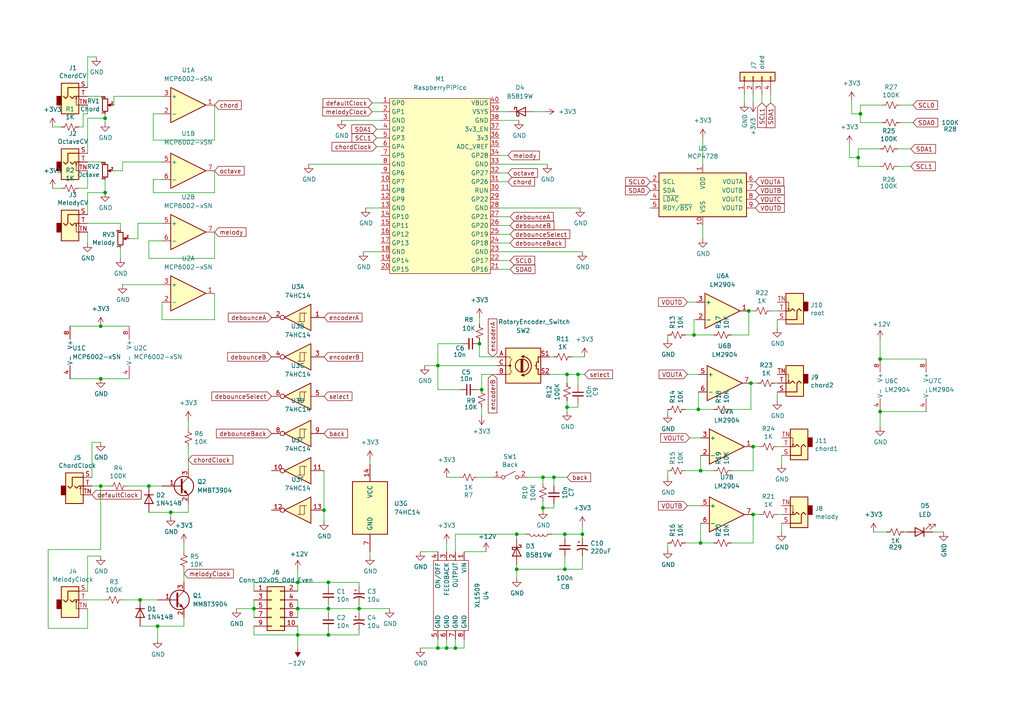
<source format=kicad_sch>
(kicad_sch (version 20211123) (generator eeschema)
  (paper "A4")
  (junction (at 255.27 104.14))
  (junction (at 30.48 34.29))
  (junction (at 73.66 176.53))
  (junction (at 164.465 118.11))
  (junction (at 86.36 168.91))
  (junction (at 45.72 181.61))
  (junction (at 217.17 90.17))
  (junction (at 167.64 108.585))
  (junction (at 164.465 108.585))
  (junction (at 160.655 138.43))
  (junction (at 40.64 173.99))
  (junction (at 217.805 111.125))
  (junction (at 30.48 55.88))
  (junction (at 218.44 149.225))
  (junction (at 201.295 97.155))
  (junction (at 218.44 129.54))
  (junction (at 129.54 187.96))
  (junction (at 127 187.96))
  (junction (at 139.065 99.695))
  (junction (at 157.48 138.43))
  (junction (at 132.08 187.96))
  (junction (at 49.53 148.59))
  (junction (at 95.25 176.53))
  (junction (at 249.555 33.02))
  (junction (at 86.36 176.53))
  (junction (at 203.2 136.525))
  (junction (at 168.91 154.94))
  (junction (at 248.92 45.72))
  (junction (at 202.565 118.745))
  (junction (at 29.21 109.855))
  (junction (at 127 106.045))
  (junction (at 93.98 147.955))
  (junction (at 86.36 184.15))
  (junction (at 203.2 157.48))
  (junction (at 149.86 154.94))
  (junction (at 95.25 184.15))
  (junction (at 255.27 119.38))
  (junction (at 139.7 113.03))
  (junction (at 29.21 140.97))
  (junction (at 157.48 147.32))
  (junction (at 149.86 165.1))
  (junction (at 95.25 168.91))
  (junction (at 163.83 154.94))
  (junction (at 43.18 140.97))
  (junction (at 104.14 176.53))
  (junction (at 163.83 165.1))
  (junction (at 29.21 94.615))
  (wire (pts (xy 25.4 33.02) (xy 25.4 30.48)))
  (wire (pts (xy 149.86 163.83) (xy 149.86 165.1)))
  (wire (pts (xy 218.44 157.48) (xy 218.44 149.225)))
  (wire (pts (xy 202.565 113.665) (xy 202.565 118.745)))
  (wire (pts (xy 255.27 119.38) (xy 255.27 123.825)))
  (wire (pts (xy 260.35 43.18) (xy 264.16 43.18)))
  (wire (pts (xy 198.755 97.155) (xy 201.295 97.155)))
  (wire (pts (xy 54.61 121.92) (xy 54.61 124.46)))
  (wire (pts (xy 40.005 69.215) (xy 40.005 64.77)))
  (wire (pts (xy 86.36 184.15) (xy 95.25 184.15)))
  (wire (pts (xy 107.95 32.385) (xy 110.49 32.385)))
  (wire (pts (xy 218.44 136.525) (xy 218.44 129.54)))
  (wire (pts (xy 127 106.045) (xy 127 113.03)))
  (wire (pts (xy 168.91 161.29) (xy 168.91 165.1)))
  (wire (pts (xy 149.86 154.94) (xy 149.86 156.21)))
  (wire (pts (xy 144.78 65.405) (xy 147.955 65.405)))
  (wire (pts (xy 129.54 185.42) (xy 129.54 187.96)))
  (wire (pts (xy 73.66 171.45) (xy 73.66 168.91)))
  (wire (pts (xy 35.56 46.99) (xy 46.99 46.99)))
  (wire (pts (xy 46.99 92.71) (xy 62.23 92.71)))
  (wire (pts (xy 29.21 159.385) (xy 13.97 159.385)))
  (wire (pts (xy 20.32 109.855) (xy 29.21 109.855)))
  (wire (pts (xy 246.38 41.91) (xy 246.38 45.72)))
  (wire (pts (xy 25.4 27.94) (xy 30.48 27.94)))
  (wire (pts (xy 144.78 60.325) (xy 168.275 60.325)))
  (wire (pts (xy 104.14 175.26) (xy 104.14 176.53)))
  (wire (pts (xy 107.95 29.845) (xy 110.49 29.845)))
  (wire (pts (xy 37.465 69.215) (xy 40.005 69.215)))
  (wire (pts (xy 86.36 181.61) (xy 86.36 184.15)))
  (wire (pts (xy 43.18 74.93) (xy 62.23 74.93)))
  (wire (pts (xy 15.24 36.83) (xy 17.78 36.83)))
  (wire (pts (xy 127 106.045) (xy 144.145 106.045)))
  (wire (pts (xy 168.91 154.94) (xy 168.91 152.4)))
  (wire (pts (xy 25.4 46.99) (xy 30.48 46.99)))
  (wire (pts (xy 29.21 94.615) (xy 37.465 94.615)))
  (wire (pts (xy 44.45 33.02) (xy 44.45 40.64)))
  (wire (pts (xy 95.25 184.15) (xy 104.14 184.15)))
  (wire (pts (xy 30.48 35.56) (xy 30.48 34.29)))
  (wire (pts (xy 25.4 173.99) (xy 30.48 173.99)))
  (wire (pts (xy 33.02 27.94) (xy 46.99 27.94)))
  (wire (pts (xy 35.56 173.99) (xy 40.64 173.99)))
  (wire (pts (xy 203.2 132.08) (xy 203.2 136.525)))
  (wire (pts (xy 95.25 177.8) (xy 95.25 176.53)))
  (wire (pts (xy 159.385 103.505) (xy 160.655 103.505)))
  (wire (pts (xy 249.555 30.48) (xy 249.555 33.02)))
  (wire (pts (xy 109.22 40.005) (xy 110.49 40.005)))
  (wire (pts (xy 144.78 67.945) (xy 147.955 67.945)))
  (wire (pts (xy 218.44 129.54) (xy 220.345 129.54)))
  (wire (pts (xy 43.18 148.59) (xy 49.53 148.59)))
  (wire (pts (xy 152.4 154.94) (xy 149.86 154.94)))
  (wire (pts (xy 167.64 118.11) (xy 164.465 118.11)))
  (wire (pts (xy 25.4 67.31) (xy 25.4 70.485)))
  (wire (pts (xy 260.985 30.48) (xy 264.795 30.48)))
  (wire (pts (xy 44.45 40.64) (xy 62.23 40.64)))
  (wire (pts (xy 217.17 90.17) (xy 218.44 90.17)))
  (wire (pts (xy 193.675 157.48) (xy 193.675 159.385)))
  (wire (pts (xy 44.45 55.88) (xy 62.23 55.88)))
  (wire (pts (xy 35.56 49.53) (xy 35.56 46.99)))
  (wire (pts (xy 167.64 111.76) (xy 167.64 108.585)))
  (wire (pts (xy 34.925 71.755) (xy 34.925 74.93)))
  (wire (pts (xy 167.64 116.84) (xy 167.64 118.11)))
  (wire (pts (xy 45.72 185.42) (xy 45.72 181.61)))
  (wire (pts (xy 44.45 52.07) (xy 44.45 55.88)))
  (wire (pts (xy 201.295 92.71) (xy 201.295 97.155)))
  (wire (pts (xy 95.25 176.53) (xy 95.25 175.26)))
  (wire (pts (xy 25.4 16.51) (xy 27.94 16.51)))
  (wire (pts (xy 144.145 103.505) (xy 139.065 103.505)))
  (wire (pts (xy 86.36 184.15) (xy 86.36 187.96)))
  (wire (pts (xy 226.695 132.08) (xy 226.695 134.62)))
  (wire (pts (xy 262.255 154.305) (xy 262.89 154.305)))
  (wire (pts (xy 163.83 154.94) (xy 163.83 156.21)))
  (wire (pts (xy 193.675 118.745) (xy 193.675 120.015)))
  (wire (pts (xy 225.425 92.71) (xy 225.425 95.25)))
  (wire (pts (xy 268.605 119.38) (xy 255.27 119.38)))
  (wire (pts (xy 104.14 168.91) (xy 104.14 170.18)))
  (wire (pts (xy 127 113.03) (xy 133.35 113.03)))
  (wire (pts (xy 104.14 184.15) (xy 104.14 182.88)))
  (wire (pts (xy 193.675 136.525) (xy 193.675 138.43)))
  (wire (pts (xy 212.09 118.745) (xy 217.805 118.745)))
  (wire (pts (xy 89.535 47.625) (xy 110.49 47.625)))
  (wire (pts (xy 45.72 173.99) (xy 40.64 173.99)))
  (wire (pts (xy 53.34 157.48) (xy 53.34 160.02)))
  (wire (pts (xy 53.34 165.1) (xy 53.34 168.91)))
  (wire (pts (xy 49.53 149.86) (xy 49.53 148.59)))
  (wire (pts (xy 199.39 146.685) (xy 203.2 146.685)))
  (wire (pts (xy 139.7 113.03) (xy 138.43 113.03)))
  (wire (pts (xy 139.065 92.075) (xy 139.065 93.98)))
  (wire (pts (xy 134.62 160.02) (xy 140.97 160.02)))
  (wire (pts (xy 200.025 127) (xy 203.2 127)))
  (wire (pts (xy 167.64 108.585) (xy 169.545 108.585)))
  (wire (pts (xy 249.555 33.02) (xy 249.555 35.56)))
  (wire (pts (xy 104.14 176.53) (xy 104.14 177.8)))
  (wire (pts (xy 164.465 116.205) (xy 164.465 118.11)))
  (wire (pts (xy 144.78 47.625) (xy 158.75 47.625)))
  (wire (pts (xy 36.83 140.97) (xy 43.18 140.97)))
  (wire (pts (xy 106.045 60.325) (xy 110.49 60.325)))
  (wire (pts (xy 144.78 45.085) (xy 147.32 45.085)))
  (wire (pts (xy 53.34 181.61) (xy 53.34 179.07)))
  (wire (pts (xy 160.02 154.94) (xy 163.83 154.94)))
  (wire (pts (xy 212.09 97.155) (xy 217.17 97.155)))
  (wire (pts (xy 270.51 154.305) (xy 273.685 154.305)))
  (wire (pts (xy 46.99 52.07) (xy 44.45 52.07)))
  (wire (pts (xy 157.48 145.415) (xy 157.48 147.32)))
  (wire (pts (xy 107.315 133.35) (xy 107.315 134.62)))
  (wire (pts (xy 25.4 182.245) (xy 25.4 176.53)))
  (wire (pts (xy 164.465 111.125) (xy 164.465 108.585)))
  (wire (pts (xy 25.4 44.45) (xy 25.4 34.29)))
  (wire (pts (xy 86.36 173.99) (xy 86.36 176.53)))
  (wire (pts (xy 255.27 104.14) (xy 255.27 98.425)))
  (wire (pts (xy 160.655 138.43) (xy 160.655 140.97)))
  (wire (pts (xy 225.425 129.54) (xy 226.695 129.54)))
  (wire (pts (xy 225.425 113.665) (xy 225.425 116.205)))
  (wire (pts (xy 93.98 136.525) (xy 93.98 147.955)))
  (wire (pts (xy 46.99 140.97) (xy 43.18 140.97)))
  (wire (pts (xy 157.48 138.43) (xy 160.655 138.43)))
  (wire (pts (xy 62.23 92.71) (xy 62.23 85.09)))
  (wire (pts (xy 24.13 36.83) (xy 24.13 33.02)))
  (wire (pts (xy 93.98 147.955) (xy 93.98 151.13)))
  (wire (pts (xy 107.315 160.02) (xy 107.315 161.29)))
  (wire (pts (xy 30.48 34.29) (xy 30.48 33.02)))
  (wire (pts (xy 46.99 33.02) (xy 44.45 33.02)))
  (wire (pts (xy 123.19 106.045) (xy 127 106.045)))
  (wire (pts (xy 25.4 171.45) (xy 25.4 161.29)))
  (wire (pts (xy 246.38 45.72) (xy 248.92 45.72)))
  (wire (pts (xy 144.78 50.165) (xy 147.32 50.165)))
  (wire (pts (xy 95.25 168.91) (xy 104.14 168.91)))
  (wire (pts (xy 223.52 27.305) (xy 223.52 29.845)))
  (wire (pts (xy 86.36 168.91) (xy 95.25 168.91)))
  (wire (pts (xy 225.425 149.225) (xy 226.695 149.225)))
  (wire (pts (xy 29.21 140.97) (xy 29.21 159.385)))
  (wire (pts (xy 144.78 62.865) (xy 147.955 62.865)))
  (wire (pts (xy 217.805 111.125) (xy 219.71 111.125)))
  (wire (pts (xy 255.27 48.26) (xy 248.92 48.26)))
  (wire (pts (xy 144.78 78.105) (xy 147.955 78.105)))
  (wire (pts (xy 13.97 182.245) (xy 25.4 182.245)))
  (wire (pts (xy 218.44 27.305) (xy 218.44 29.845)))
  (wire (pts (xy 22.86 36.83) (xy 24.13 36.83)))
  (wire (pts (xy 129.54 138.43) (xy 133.35 138.43)))
  (wire (pts (xy 20.32 94.615) (xy 29.21 94.615)))
  (wire (pts (xy 215.9 27.305) (xy 215.9 29.845)))
  (wire (pts (xy 129.54 157.48) (xy 129.54 160.02)))
  (wire (pts (xy 154.94 32.385) (xy 158.115 32.385)))
  (wire (pts (xy 223.52 90.17) (xy 225.425 90.17)))
  (wire (pts (xy 260.35 48.26) (xy 264.16 48.26)))
  (wire (pts (xy 139.065 103.505) (xy 139.065 99.695)))
  (wire (pts (xy 249.555 30.48) (xy 255.905 30.48)))
  (wire (pts (xy 164.465 108.585) (xy 159.385 108.585)))
  (wire (pts (xy 144.78 32.385) (xy 147.32 32.385)))
  (wire (pts (xy 26.67 128.27) (xy 29.21 128.27)))
  (wire (pts (xy 218.44 149.225) (xy 220.345 149.225)))
  (wire (pts (xy 247.015 33.02) (xy 249.555 33.02)))
  (wire (pts (xy 248.92 43.18) (xy 248.92 45.72)))
  (wire (pts (xy 139.7 118.11) (xy 139.7 120.65)))
  (wire (pts (xy 248.92 45.72) (xy 248.92 48.26)))
  (wire (pts (xy 121.92 160.02) (xy 127 160.02)))
  (wire (pts (xy 46.99 87.63) (xy 46.99 92.71)))
  (wire (pts (xy 199.39 87.63) (xy 201.93 87.63)))
  (wire (pts (xy 95.25 176.53) (xy 104.14 176.53)))
  (wire (pts (xy 199.39 108.585) (xy 202.565 108.585)))
  (wire (pts (xy 25.4 55.88) (xy 30.48 55.88)))
  (wire (pts (xy 86.36 171.45) (xy 86.36 168.91)))
  (wire (pts (xy 86.36 176.53) (xy 95.25 176.53)))
  (wire (pts (xy 138.43 138.43) (xy 142.875 138.43)))
  (wire (pts (xy 201.295 97.155) (xy 207.01 97.155)))
  (wire (pts (xy 134.62 185.42) (xy 134.62 187.96)))
  (wire (pts (xy 144.78 73.025) (xy 168.91 73.025)))
  (wire (pts (xy 198.755 118.745) (xy 202.565 118.745)))
  (wire (pts (xy 99.06 34.925) (xy 110.49 34.925)))
  (wire (pts (xy 201.93 92.71) (xy 201.295 92.71)))
  (wire (pts (xy 149.86 165.1) (xy 149.86 167.64)))
  (wire (pts (xy 26.67 140.97) (xy 29.21 140.97)))
  (wire (pts (xy 212.09 157.48) (xy 218.44 157.48)))
  (wire (pts (xy 160.655 146.05) (xy 160.655 147.32)))
  (wire (pts (xy 46.99 69.85) (xy 43.18 69.85)))
  (wire (pts (xy 203.2 157.48) (xy 207.01 157.48)))
  (wire (pts (xy 149.86 165.1) (xy 163.83 165.1)))
  (wire (pts (xy 54.61 129.54) (xy 54.61 135.89)))
  (wire (pts (xy 217.805 118.745) (xy 217.805 111.125)))
  (wire (pts (xy 144.78 34.925) (xy 150.495 34.925)))
  (wire (pts (xy 247.015 29.21) (xy 247.015 33.02)))
  (wire (pts (xy 129.54 187.96) (xy 127 187.96)))
  (wire (pts (xy 95.25 184.15) (xy 95.25 182.88)))
  (wire (pts (xy 198.755 157.48) (xy 203.2 157.48)))
  (wire (pts (xy 255.905 35.56) (xy 249.555 35.56)))
  (wire (pts (xy 193.675 97.155) (xy 193.675 98.425)))
  (wire (pts (xy 109.22 37.465) (xy 110.49 37.465)))
  (wire (pts (xy 15.24 54.61) (xy 17.78 54.61)))
  (wire (pts (xy 144.78 70.485) (xy 147.955 70.485)))
  (wire (pts (xy 139.7 108.585) (xy 139.7 113.03)))
  (wire (pts (xy 220.98 27.305) (xy 220.98 29.845)))
  (wire (pts (xy 134.62 187.96) (xy 132.08 187.96)))
  (wire (pts (xy 203.835 69.215) (xy 203.835 65.405)))
  (wire (pts (xy 165.735 103.505) (xy 169.545 103.505)))
  (wire (pts (xy 212.09 136.525) (xy 218.44 136.525)))
  (wire (pts (xy 153.035 138.43) (xy 157.48 138.43)))
  (wire (pts (xy 157.48 147.32) (xy 157.48 147.955)))
  (wire (pts (xy 25.4 34.29) (xy 30.48 34.29)))
  (wire (pts (xy 40.005 64.77) (xy 46.99 64.77)))
  (wire (pts (xy 40.64 181.61) (xy 45.72 181.61)))
  (wire (pts (xy 22.86 54.61) (xy 25.4 54.61)))
  (wire (pts (xy 198.755 136.525) (xy 203.2 136.525)))
  (wire (pts (xy 25.4 161.29) (xy 29.21 161.29)))
  (wire (pts (xy 73.66 184.15) (xy 86.36 184.15)))
  (wire (pts (xy 29.21 109.855) (xy 37.465 109.855)))
  (wire (pts (xy 29.21 140.97) (xy 31.75 140.97)))
  (wire (pts (xy 253.365 154.305) (xy 257.175 154.305)))
  (wire (pts (xy 43.18 69.85) (xy 43.18 74.93)))
  (wire (pts (xy 226.695 151.765) (xy 226.695 154.305)))
  (wire (pts (xy 157.48 138.43) (xy 157.48 140.335)))
  (wire (pts (xy 35.56 82.55) (xy 46.99 82.55)))
  (wire (pts (xy 86.36 176.53) (xy 86.36 179.07)))
  (wire (pts (xy 127 187.96) (xy 121.92 187.96)))
  (wire (pts (xy 144.78 52.705) (xy 147.32 52.705)))
  (wire (pts (xy 73.66 176.53) (xy 73.66 179.07)))
  (wire (pts (xy 202.565 118.745) (xy 207.01 118.745)))
  (wire (pts (xy 132.08 154.94) (xy 132.08 160.02)))
  (wire (pts (xy 163.83 165.1) (xy 168.91 165.1)))
  (wire (pts (xy 25.4 64.77) (xy 34.925 64.77)))
  (wire (pts (xy 73.66 176.53) (xy 68.58 176.53)))
  (wire (pts (xy 73.66 168.91) (xy 86.36 168.91)))
  (wire (pts (xy 54.61 148.59) (xy 54.61 146.05)))
  (wire (pts (xy 26.67 138.43) (xy 26.67 128.27)))
  (wire (pts (xy 45.72 181.61) (xy 53.34 181.61)))
  (wire (pts (xy 163.83 161.29) (xy 163.83 165.1)))
  (wire (pts (xy 62.23 74.93) (xy 62.23 67.31)))
  (wire (pts (xy 248.92 43.18) (xy 255.27 43.18)))
  (wire (pts (xy 24.13 33.02) (xy 25.4 33.02)))
  (wire (pts (xy 144.78 75.565) (xy 147.955 75.565)))
  (wire (pts (xy 164.465 108.585) (xy 167.64 108.585)))
  (wire (pts (xy 33.02 49.53) (xy 35.56 49.53)))
  (wire (pts (xy 95.25 170.18) (xy 95.25 168.91)))
  (wire (pts (xy 49.53 148.59) (xy 54.61 148.59)))
  (wire (pts (xy 164.465 118.11) (xy 164.465 119.38)))
  (wire (pts (xy 203.2 136.525) (xy 207.01 136.525)))
  (wire (pts (xy 260.985 35.56) (xy 264.795 35.56)))
  (wire (pts (xy 127 99.695) (xy 127 106.045)))
  (wire (pts (xy 13.97 159.385) (xy 13.97 182.245)))
  (wire (pts (xy 25.4 25.4) (xy 25.4 16.51)))
  (wire (pts (xy 163.83 154.94) (xy 168.91 154.94)))
  (wire (pts (xy 25.4 62.23) (xy 25.4 55.88)))
  (wire (pts (xy 73.66 173.99) (xy 73.66 176.53)))
  (wire (pts (xy 109.22 42.545) (xy 110.49 42.545)))
  (wire (pts (xy 132.08 185.42) (xy 132.08 187.96)))
  (wire (pts (xy 104.14 176.53) (xy 113.03 176.53)))
  (wire (pts (xy 168.91 154.94) (xy 168.91 156.21)))
  (wire (pts (xy 203.2 151.765) (xy 203.2 157.48)))
  (wire (pts (xy 127 185.42) (xy 127 187.96)))
  (wire (pts (xy 149.86 154.94) (xy 132.08 154.94)))
  (wire (pts (xy 217.17 97.155) (xy 217.17 90.17)))
  (wire (pts (xy 132.08 187.96) (xy 129.54 187.96)))
  (wire (pts (xy 62.23 40.64) (xy 62.23 30.48)))
  (wire (pts (xy 33.02 30.48) (xy 33.02 27.94)))
  (wire (pts (xy 25.4 54.61) (xy 25.4 49.53)))
  (wire (pts (xy 160.655 138.43) (xy 164.465 138.43)))
  (wire (pts (xy 203.835 47.625) (xy 203.835 40.005)))
  (wire (pts (xy 224.79 111.125) (xy 225.425 111.125)))
  (wire (pts (xy 160.655 147.32) (xy 157.48 147.32)))
  (wire (pts (xy 86.36 165.1) (xy 86.36 168.91)))
  (wire (pts (xy 268.605 104.14) (xy 255.27 104.14)))
  (wire (pts (xy 133.985 99.695) (xy 127 99.695)))
  (wire (pts (xy 139.065 99.695) (xy 139.065 99.06)))
  (wire (pts (xy 139.7 108.585) (xy 144.145 108.585)))
  (wire (pts (xy 34.925 64.77) (xy 34.925 66.675)))
  (wire (pts (xy 73.66 181.61) (xy 73.66 184.15)))
  (wire (pts (xy 30.48 55.88) (xy 30.48 52.07)))
  (wire (pts (xy 62.23 55.88) (xy 62.23 49.53)))
  (wire (pts (xy 105.41 73.025) (xy 110.49 73.025)))
  (global_label "select" (shape input) (at 169.545 108.585 0) (property "Intersheet References" "${INTERSHEET_REFS}" (effects hide)))
  (global_label "chord" (shape input) (at 147.32 52.705 0) (property "Intersheet References" "${INTERSHEET_REFS}" (effects hide)))
  (global_label "melody" (shape input) (at 147.32 45.085 0) (property "Intersheet References" "${INTERSHEET_REFS}" (effects hide)))
  (global_label "chordClock" (shape input) (at 54.61 133.35 0) (property "Intersheet References" "${INTERSHEET_REFS}" (effects hide)))
  (global_label "VOUTD" (shape input) (at 219.075 60.325 0) (property "Intersheet References" "${INTERSHEET_REFS}" (effects hide)))
  (global_label "debounceSelect" (shape input) (at 78.74 114.935 180) (property "Intersheet References" "${INTERSHEET_REFS}" (effects hide)))
  (global_label "SCL1" (shape input) (at 109.22 40.005 180) (property "Intersheet References" "${INTERSHEET_REFS}" (effects hide)))
  (global_label "SDA0" (shape input) (at 147.955 78.105 0) (property "Intersheet References" "${INTERSHEET_REFS}" (effects hide)))
  (global_label "select" (shape input) (at 93.98 114.935 0) (property "Intersheet References" "${INTERSHEET_REFS}" (effects hide)))
  (global_label "defaultClock" (shape input) (at 107.95 29.845 180) (property "Intersheet References" "${INTERSHEET_REFS}" (effects hide)))
  (global_label "VOUTC" (shape input) (at 219.075 57.785 0) (property "Intersheet References" "${INTERSHEET_REFS}" (effects hide)))
  (global_label "defaultClock" (shape input) (at 26.67 143.51 0) (property "Intersheet References" "${INTERSHEET_REFS}" (effects hide)))
  (global_label "debounceA" (shape input) (at 78.74 92.075 180) (property "Intersheet References" "${INTERSHEET_REFS}" (effects hide)))
  (global_label "VOUTC" (shape input) (at 200.025 127 180) (property "Intersheet References" "${INTERSHEET_REFS}" (effects hide)))
  (global_label "VOUTB" (shape input) (at 199.39 146.685 180) (property "Intersheet References" "${INTERSHEET_REFS}" (effects hide)))
  (global_label "SDA0" (shape input) (at 188.595 55.245 180) (property "Intersheet References" "${INTERSHEET_REFS}" (effects hide)))
  (global_label "debounceA" (shape input) (at 147.955 62.865 0) (property "Intersheet References" "${INTERSHEET_REFS}" (effects hide)))
  (global_label "SDA1" (shape input) (at 264.16 43.18 0) (property "Intersheet References" "${INTERSHEET_REFS}" (effects hide)))
  (global_label "VOUTB" (shape input) (at 219.075 55.245 0) (property "Intersheet References" "${INTERSHEET_REFS}" (effects hide)))
  (global_label "debounceSelect" (shape input) (at 147.955 67.945 0) (property "Intersheet References" "${INTERSHEET_REFS}" (effects hide)))
  (global_label "chord" (shape input) (at 62.23 30.48 0) (property "Intersheet References" "${INTERSHEET_REFS}" (effects hide)))
  (global_label "melodyClock" (shape input) (at 53.34 166.37 0) (property "Intersheet References" "${INTERSHEET_REFS}" (effects hide)))
  (global_label "SCL1" (shape input) (at 264.16 48.26 0) (property "Intersheet References" "${INTERSHEET_REFS}" (effects hide)))
  (global_label "debounceBack" (shape input) (at 147.955 70.485 0) (property "Intersheet References" "${INTERSHEET_REFS}" (effects hide)))
  (global_label "back" (shape input) (at 164.465 138.43 0) (property "Intersheet References" "${INTERSHEET_REFS}" (effects hide)))
  (global_label "VOUTA" (shape input) (at 219.075 52.705 0) (property "Intersheet References" "${INTERSHEET_REFS}" (effects hide)))
  (global_label "SCL0" (shape input) (at 147.955 75.565 0) (property "Intersheet References" "${INTERSHEET_REFS}" (effects hide)))
  (global_label "VOUTA" (shape input) (at 199.39 108.585 180) (property "Intersheet References" "${INTERSHEET_REFS}" (effects hide)))
  (global_label "encoderB" (shape input) (at 142.875 108.585 270) (property "Intersheet References" "${INTERSHEET_REFS}" (effects hide)))
  (global_label "melodyClock" (shape input) (at 107.95 32.385 180) (property "Intersheet References" "${INTERSHEET_REFS}" (effects hide)))
  (global_label "encoderB" (shape input) (at 93.98 103.505 0) (property "Intersheet References" "${INTERSHEET_REFS}" (effects hide)))
  (global_label "SCL1" (shape input) (at 220.98 29.845 270) (property "Intersheet References" "${INTERSHEET_REFS}" (effects hide)))
  (global_label "SDA1" (shape input) (at 109.22 37.465 180) (property "Intersheet References" "${INTERSHEET_REFS}" (effects hide)))
  (global_label "debounceB" (shape input) (at 78.74 103.505 180) (property "Intersheet References" "${INTERSHEET_REFS}" (effects hide)))
  (global_label "SDA0" (shape input) (at 264.795 35.56 0) (property "Intersheet References" "${INTERSHEET_REFS}" (effects hide)))
  (global_label "chordClock" (shape input) (at 109.22 42.545 180) (property "Intersheet References" "${INTERSHEET_REFS}" (effects hide)))
  (global_label "octave" (shape input) (at 147.32 50.165 0) (property "Intersheet References" "${INTERSHEET_REFS}" (effects hide)))
  (global_label "SCL0" (shape input) (at 264.795 30.48 0) (property "Intersheet References" "${INTERSHEET_REFS}" (effects hide)))
  (global_label "debounceB" (shape input) (at 147.955 65.405 0) (property "Intersheet References" "${INTERSHEET_REFS}" (effects hide)))
  (global_label "back" (shape input) (at 93.98 125.73 0) (property "Intersheet References" "${INTERSHEET_REFS}" (effects hide)))
  (global_label "octave" (shape input) (at 62.23 49.53 0) (property "Intersheet References" "${INTERSHEET_REFS}" (effects hide)))
  (global_label "melody" (shape input) (at 62.23 67.31 0) (property "Intersheet References" "${INTERSHEET_REFS}" (effects hide)))
  (global_label "SCL0" (shape input) (at 188.595 52.705 180) (property "Intersheet References" "${INTERSHEET_REFS}" (effects hide)))
  (global_label "SDA1" (shape input) (at 223.52 29.845 270) (property "Intersheet References" "${INTERSHEET_REFS}" (effects hide)))
  (global_label "encoderA" (shape input) (at 93.98 92.075 0) (property "Intersheet References" "${INTERSHEET_REFS}" (effects hide)))
  (global_label "VOUTD" (shape input) (at 199.39 87.63 180) (property "Intersheet References" "${INTERSHEET_REFS}" (effects hide)))
  (global_label "debounceBack" (shape input) (at 78.74 125.73 180) (property "Intersheet References" "${INTERSHEET_REFS}" (effects hide)))
  (global_label "encoderA" (shape input) (at 142.875 103.505 90) (property "Intersheet References" "${INTERSHEET_REFS}" (effects hide)))
  (symbol (lib_id "Analog_DAC:MCP4728") (at 203.835 55.245 0) (unit 1)
    (property "Reference" "U5" (at 203.835 43.0276 0))
    (property "Value" "MCP4728" (at 203.835 45.339 0))
    (property "Footprint" "Package_SO:MSOP-10_3x3mm_P0.5mm" (effects hide))
    (property "Datasheet" "http://ww1.microchip.com/downloads/en/DeviceDoc/22187E.pdf" (effects hide))
  )
  (symbol (lib_id "vccg-rescue:CP1_Small-Device") (at 104.14 180.34 0) (unit 1)
    (property "Reference" "C4" (at 106.4514 179.1716 0) (effects (justify left)))
    (property "Value" "10u" (at 106.4514 181.483 0) (effects (justify left)))
    (property "Footprint" "Capacitor_SMD:C_0805_2012Metric" (effects hide))
  )
  (symbol (lib_id "Device:C_Small") (at 95.25 180.34 0) (unit 1)
    (property "Reference" "C2" (at 97.5868 179.1716 0) (effects (justify left)))
    (property "Value" "10n" (at 97.5868 181.483 0) (effects (justify left)))
    (property "Footprint" "Capacitor_SMD:C_0603_1608Metric" (effects hide))
  )
  (symbol (lib_id "vccg-rescue:CP1_Small-Device") (at 104.14 172.72 0) (unit 1)
    (property "Reference" "C3" (at 106.4514 171.5516 0) (effects (justify left)))
    (property "Value" "10u" (at 106.4514 173.863 0) (effects (justify left)))
    (property "Footprint" "Capacitor_SMD:C_0805_2012Metric" (effects hide))
  )
  (symbol (lib_id "Device:C_Small") (at 95.25 172.72 0) (unit 1)
    (property "Reference" "C1" (at 97.5868 171.5516 0) (effects (justify left)))
    (property "Value" "10n" (at 97.5868 173.863 0) (effects (justify left)))
    (property "Footprint" "Capacitor_SMD:C_0603_1608Metric" (effects hide))
  )
  (symbol (lib_id "power:GND") (at 113.03 176.53 0) (unit 1)
    (property "Reference" "#PWR027" (effects hide))
    (property "Value" "GND" (at 113.157 180.9242 0))
  )
  (symbol (lib_id "power:GND") (at 68.58 176.53 0) (unit 1)
    (property "Reference" "#PWR017" (effects hide))
    (property "Value" "GND" (at 68.707 180.9242 0))
  )
  (symbol (lib_id "power:-12V") (at 86.36 187.96 180) (unit 1)
    (property "Reference" "#PWR019" (effects hide))
    (property "Value" "-12V" (at 85.979 192.3542 0))
  )
  (symbol (lib_id "power:+12V") (at 86.36 165.1 0) (unit 1)
    (property "Reference" "#PWR018" (effects hide))
    (property "Value" "+12V" (at 86.741 160.7058 0))
  )
  (symbol (lib_id "power:GND") (at 29.21 109.855 0) (unit 1)
    (property "Reference" "#PWR06" (effects hide))
    (property "Value" "GND" (at 29.337 114.2492 0))
  )
  (symbol (lib_id "Connector:AudioJack2_SwitchT") (at 230.505 90.17 180) (unit 1)
    (property "Reference" "J10" (at 235.077 88.4682 0) (effects (justify right)))
    (property "Value" "root" (at 235.077 90.7796 0) (effects (justify right)))
    (property "Footprint" "Connector_Audio:Jack_3.5mm_QingPu_WQP-PJ398SM_Vertical_CircularHoles" (effects hide))
  )
  (symbol (lib_id "Connector:AudioJack2_SwitchT") (at 231.775 129.54 180) (unit 1)
    (property "Reference" "J11" (at 236.347 127.8382 0) (effects (justify right)))
    (property "Value" "chord1" (at 236.347 130.1496 0) (effects (justify right)))
    (property "Footprint" "Connector_Audio:Jack_3.5mm_QingPu_WQP-PJ398SM_Vertical_CircularHoles" (effects hide))
  )
  (symbol (lib_id "Connector:AudioJack2_SwitchT") (at 230.505 111.125 180) (unit 1)
    (property "Reference" "J9" (at 235.077 109.4232 0) (effects (justify right)))
    (property "Value" "chord2" (at 235.077 111.7346 0) (effects (justify right)))
    (property "Footprint" "Connector_Audio:Jack_3.5mm_QingPu_WQP-PJ398SM_Vertical_CircularHoles" (effects hide))
  )
  (symbol (lib_id "Connector:AudioJack2_SwitchT") (at 231.775 149.225 180) (unit 1)
    (property "Reference" "J8" (at 236.347 147.5232 0) (effects (justify right)))
    (property "Value" "melody" (at 236.347 149.8346 0) (effects (justify right)))
    (property "Footprint" "Connector_Audio:Jack_3.5mm_QingPu_WQP-PJ398SM_Vertical_CircularHoles" (effects hide))
  )
  (symbol (lib_id "Connector:AudioJack2_SwitchT") (at 20.32 27.94 0) (unit 1)
    (property "Reference" "J1" (at 21.1328 19.685 0))
    (property "Value" "ChordCV" (at 21.1328 21.9964 0))
    (property "Footprint" "Connector_Audio:Jack_3.5mm_QingPu_WQP-PJ398SM_Vertical_CircularHoles" (effects hide))
  )
  (symbol (lib_id "Connector:AudioJack2_SwitchT") (at 20.32 46.99 0) (unit 1)
    (property "Reference" "J2" (at 21.1328 38.735 0))
    (property "Value" "OctaveCV" (at 21.1328 41.0464 0))
    (property "Footprint" "Connector_Audio:Jack_3.5mm_QingPu_WQP-PJ398SM_Vertical_CircularHoles" (effects hide))
  )
  (symbol (lib_id "Connector:AudioJack2_SwitchT") (at 20.32 64.77 0) (unit 1)
    (property "Reference" "J3" (at 21.1328 56.515 0))
    (property "Value" "MelodyCV" (at 21.1328 58.8264 0))
    (property "Footprint" "Connector_Audio:Jack_3.5mm_QingPu_WQP-PJ398SM_Vertical_CircularHoles" (effects hide))
  )
  (symbol (lib_id "Connector:AudioJack2_SwitchT") (at 21.59 140.97 0) (unit 1)
    (property "Reference" "J5" (at 22.4028 132.715 0))
    (property "Value" "ChordClock" (at 22.4028 135.0264 0))
    (property "Footprint" "Connector_Audio:Jack_3.5mm_QingPu_WQP-PJ398SM_Vertical_CircularHoles" (effects hide))
  )
  (symbol (lib_id "Connector:AudioJack2_SwitchT") (at 20.32 173.99 0) (unit 1)
    (property "Reference" "J4" (at 21.1328 165.735 0))
    (property "Value" "MelodyClock" (at 21.1328 168.0464 0))
    (property "Footprint" "Connector_Audio:Jack_3.5mm_QingPu_WQP-PJ398SM_Vertical_CircularHoles" (effects hide))
  )
  (symbol (lib_id "Device:R_Small_US") (at 34.29 140.97 270) (unit 1)
    (property "Reference" "R4" (at 34.29 135.763 90))
    (property "Value" "100K" (at 34.29 138.0744 90))
    (property "Footprint" "Resistor_SMD:R_0603_1608Metric" (effects hide))
  )
  (symbol (lib_id "Device:R_Small_US") (at 33.02 173.99 270) (unit 1)
    (property "Reference" "R3" (at 33.02 168.783 90))
    (property "Value" "100K" (at 33.02 171.0944 90))
    (property "Footprint" "Resistor_SMD:R_0603_1608Metric" (effects hide))
  )
  (symbol (lib_id "Diode:1N4148") (at 43.18 144.78 270) (unit 1)
    (property "Reference" "D2" (at 45.212 143.6116 90) (effects (justify left)))
    (property "Value" "1N4148" (at 45.212 145.923 90) (effects (justify left)))
    (property "Footprint" "Diode_SMD:D_SOD-123" (effects hide))
    (property "Datasheet" "https://assets.nexperia.com/documents/data-sheet/1N4148_1N4448.pdf" (effects hide))
  )
  (symbol (lib_id "Diode:1N4148") (at 40.64 177.8 270) (unit 1)
    (property "Reference" "D1" (at 42.672 176.6316 90) (effects (justify left)))
    (property "Value" "1N4148" (at 42.672 178.943 90) (effects (justify left)))
    (property "Footprint" "Diode_SMD:D_SOD-123" (effects hide))
    (property "Datasheet" "https://assets.nexperia.com/documents/data-sheet/1N4148_1N4448.pdf" (effects hide))
  )
  (symbol (lib_id "power:GND") (at 45.72 185.42 0) (unit 1)
    (property "Reference" "#PWR013" (effects hide))
    (property "Value" "GND" (at 45.847 189.8142 0))
  )
  (symbol (lib_id "power:GND") (at 49.53 149.86 0) (unit 1)
    (property "Reference" "#PWR014" (effects hide))
    (property "Value" "GND" (at 49.657 154.2542 0))
  )
  (symbol (lib_id "Device:R_Small_US") (at 54.61 127 180) (unit 1)
    (property "Reference" "R6" (at 56.3372 125.8316 0) (effects (justify right)))
    (property "Value" "10K" (at 56.3372 128.143 0) (effects (justify right)))
    (property "Footprint" "Resistor_SMD:R_0603_1608Metric" (effects hide))
  )
  (symbol (lib_id "Device:R_Small_US") (at 53.34 162.56 180) (unit 1)
    (property "Reference" "R5" (at 55.0672 161.3916 0) (effects (justify right)))
    (property "Value" "10K" (at 55.0672 163.703 0) (effects (justify right)))
    (property "Footprint" "Resistor_SMD:R_0603_1608Metric" (effects hide))
  )
  (symbol (lib_id "power:GND") (at 29.21 161.29 0) (unit 1)
    (property "Reference" "#PWR08" (effects hide))
    (property "Value" "GND" (at 29.337 165.6842 0))
  )
  (symbol (lib_id "power:GND") (at 29.21 128.27 0) (unit 1)
    (property "Reference" "#PWR07" (effects hide))
    (property "Value" "GND" (at 29.337 132.6642 0))
  )
  (symbol (lib_id "vccg-rescue:R_POT_Small-Device") (at 30.48 30.48 0) (mirror x) (unit 1)
    (property "Reference" "RV1" (at 28.9814 29.3116 0) (effects (justify right)))
    (property "Value" "Chord" (at 28.9814 31.623 0) (effects (justify right)))
    (property "Footprint" "Potentiometer_THT:Potentiometer_Alpha_RD901F-40-00D_Single_Vertical_CircularHoles" (effects hide))
  )
  (symbol (lib_id "vccg-rescue:R_POT_Small-Device") (at 30.48 49.53 0) (mirror x) (unit 1)
    (property "Reference" "RV2" (at 28.956 48.3616 0) (effects (justify right)))
    (property "Value" "Octave" (at 28.956 50.673 0) (effects (justify right)))
    (property "Footprint" "Potentiometer_THT:Potentiometer_Alpha_RD901F-40-00D_Single_Vertical_CircularHoles" (effects hide))
  )
  (symbol (lib_id "power:GND") (at 30.48 35.56 0) (unit 1)
    (property "Reference" "#PWR09" (effects hide))
    (property "Value" "GND" (at 30.607 39.9542 0))
  )
  (symbol (lib_id "power:GND") (at 27.94 16.51 0) (unit 1)
    (property "Reference" "#PWR04" (effects hide))
    (property "Value" "GND" (at 28.067 20.9042 0))
  )
  (symbol (lib_id "power:GND") (at 30.48 55.88 0) (unit 1)
    (property "Reference" "#PWR010" (effects hide))
    (property "Value" "GND" (at 30.607 60.2742 0))
  )
  (symbol (lib_id "power:GND") (at 35.56 82.55 0) (unit 1)
    (property "Reference" "#PWR012" (effects hide))
    (property "Value" "GND" (at 35.687 86.9442 0))
  )
  (symbol (lib_id "power:GND") (at 203.835 69.215 0) (unit 1)
    (property "Reference" "#PWR051" (effects hide))
    (property "Value" "GND" (at 203.962 73.6092 0))
  )
  (symbol (lib_id "Device:R_Small_US") (at 220.98 90.17 270) (unit 1)
    (property "Reference" "R22" (at 220.98 84.963 90))
    (property "Value" "1K" (at 220.98 87.2744 90))
    (property "Footprint" "Resistor_SMD:R_0603_1608Metric" (effects hide))
  )
  (symbol (lib_id "Device:R_Small_US") (at 222.885 129.54 270) (unit 1)
    (property "Reference" "R24" (at 222.885 124.333 90))
    (property "Value" "1K" (at 222.885 126.6444 90))
    (property "Footprint" "Resistor_SMD:R_0603_1608Metric" (effects hide))
  )
  (symbol (lib_id "Device:R_Small_US") (at 222.25 111.125 270) (unit 1)
    (property "Reference" "R23" (at 222.25 105.918 90))
    (property "Value" "1K" (at 222.25 108.2294 90))
    (property "Footprint" "Resistor_SMD:R_0603_1608Metric" (effects hide))
  )
  (symbol (lib_id "Device:R_Small_US") (at 222.885 149.225 270) (unit 1)
    (property "Reference" "R21" (at 222.885 144.018 90))
    (property "Value" "1K" (at 222.885 146.3294 90))
    (property "Footprint" "Resistor_SMD:R_0603_1608Metric" (effects hide))
  )
  (symbol (lib_id "power:GND") (at 226.695 154.305 0) (unit 1)
    (property "Reference" "#PWR054" (effects hide))
    (property "Value" "GND" (at 226.822 158.6992 0))
  )
  (symbol (lib_id "power:GND") (at 225.425 116.205 0) (unit 1)
    (property "Reference" "#PWR055" (effects hide))
    (property "Value" "GND" (at 225.552 120.5992 0))
  )
  (symbol (lib_id "power:GND") (at 226.695 134.62 0) (unit 1)
    (property "Reference" "#PWR057" (effects hide))
    (property "Value" "GND" (at 226.822 139.0142 0))
  )
  (symbol (lib_id "power:GND") (at 225.425 95.25 0) (unit 1)
    (property "Reference" "#PWR056" (effects hide))
    (property "Value" "GND" (at 225.552 99.6442 0))
  )
  (symbol (lib_id "Connector_Generic:Conn_02x05_Odd_Even") (at 78.74 176.53 0) (unit 1)
    (property "Reference" "J6" (at 80.01 165.9382 0))
    (property "Value" "Conn_02x05_Odd_Even" (at 80.01 168.2496 0))
    (property "Footprint" "Connector_PinHeader_2.54mm:PinHeader_2x05_P2.54mm_Vertical" (effects hide))
  )
  (symbol (lib_id "Device:R_Small_US") (at 20.32 36.83 270) (unit 1)
    (property "Reference" "R1" (at 20.32 31.623 90))
    (property "Value" "1K" (at 20.32 33.9344 90))
    (property "Footprint" "Resistor_SMD:R_0603_1608Metric" (effects hide))
  )
  (symbol (lib_id "Device:R_Small_US") (at 20.32 54.61 270) (unit 1)
    (property "Reference" "R2" (at 20.32 49.403 90))
    (property "Value" "1K" (at 20.32 51.7144 90))
    (property "Footprint" "Resistor_SMD:R_0603_1608Metric" (effects hide))
  )
  (symbol (lib_id "Switch:SW_SPST") (at 147.955 138.43 0) (unit 1)
    (property "Reference" "SW1" (at 147.955 132.461 0))
    (property "Value" "Back" (at 147.955 134.7724 0))
    (property "Footprint" "Button_Switch_THT:SW_PUSH_6mm_H13mm" (effects hide))
  )
  (symbol (lib_id "Connector_Generic:Conn_01x04") (at 218.44 22.225 90) (unit 1)
    (property "Reference" "J7" (at 218.6432 20.193 0) (effects (justify left)))
    (property "Value" "oled" (at 220.9546 20.193 0) (effects (justify left)))
    (property "Footprint" "Connector_PinSocket_2.54mm:PinSocket_1x04_P2.54mm_Vertical" (effects hide))
  )
  (symbol (lib_id "power:GND") (at 215.9 29.845 0) (unit 1)
    (property "Reference" "#PWR052" (effects hide))
    (property "Value" "GND" (at 216.027 33.0962 90) (effects (justify right)))
  )
  (symbol (lib_id "Device:R_Small_US") (at 258.445 30.48 270) (unit 1)
    (property "Reference" "R27" (at 258.445 25.273 90))
    (property "Value" "100K" (at 258.445 27.5844 90))
    (property "Footprint" "Resistor_SMD:R_0603_1608Metric" (effects hide))
  )
  (symbol (lib_id "Device:R_Small_US") (at 258.445 35.56 270) (unit 1)
    (property "Reference" "R28" (at 275.59 37.465 90))
    (property "Value" "100K" (at 275.59 35.56 90))
    (property "Footprint" "Resistor_SMD:R_0603_1608Metric" (effects hide))
  )
  (symbol (lib_id "Amplifier_Operational:LM2904") (at 210.185 111.125 0) (unit 2)
    (property "Reference" "U6" (at 210.185 100.33 0))
    (property "Value" "LM2904" (at 210.185 102.87 0))
    (property "Footprint" "Package_SO:SOIC-8_3.9x4.9mm_P1.27mm" (effects hide))
    (property "Datasheet" "http://www.ti.com/lit/ds/symlink/lm358.pdf" (effects hide))
  )
  (symbol (lib_id "power:+3.3V") (at 218.44 29.845 180) (unit 1)
    (property "Reference" "#PWR053" (effects hide))
    (property "Value" "+3.3V" (at 218.44 39.37 90) (effects (justify right)))
  )
  (symbol (lib_id "Amplifier_Operational:MCP6002-xSN") (at 40.005 102.235 0) (unit 3)
    (property "Reference" "U2" (at 38.735 100.9649 0) (effects (justify left)))
    (property "Value" "MCP6002-xSN" (at 38.735 103.5049 0) (effects (justify left)))
    (property "Footprint" "Package_SO:SOIC-8_3.9x4.9mm_P1.27mm" (effects hide))
    (property "Datasheet" "http://ww1.microchip.com/downloads/en/DeviceDoc/21733j.pdf" (effects hide))
  )
  (symbol (lib_id "Amplifier_Operational:MCP6002-xSN") (at 54.61 30.48 0) (unit 1)
    (property "Reference" "U1" (at 54.61 20.32 0))
    (property "Value" "MCP6002-xSN" (at 54.61 22.86 0))
    (property "Footprint" "Package_SO:SOIC-8_3.9x4.9mm_P1.27mm" (effects hide))
    (property "Datasheet" "http://ww1.microchip.com/downloads/en/DeviceDoc/21733j.pdf" (effects hide))
  )
  (symbol (lib_id "power:GND") (at 107.315 161.29 0) (unit 1)
    (property "Reference" "#PWR026" (effects hide))
    (property "Value" "GND" (at 107.442 165.6842 0))
  )
  (symbol (lib_id "74xx:74HC14") (at 86.36 103.505 180) (unit 2)
    (property "Reference" "U3" (at 86.36 94.615 0))
    (property "Value" "74HC14" (at 86.36 97.155 0))
    (property "Footprint" "Package_SO:SOIC-14_3.9x8.7mm_P1.27mm" (effects hide))
    (property "Datasheet" "http://www.ti.com/lit/gpn/sn74HC14" (effects hide))
  )
  (symbol (lib_id "74xx:74HC14") (at 86.36 114.935 180) (unit 3)
    (property "Reference" "U3" (at 86.36 106.045 0))
    (property "Value" "74HC14" (at 86.36 108.585 0))
    (property "Footprint" "Package_SO:SOIC-14_3.9x8.7mm_P1.27mm" (effects hide))
    (property "Datasheet" "http://www.ti.com/lit/gpn/sn74HC14" (effects hide))
  )
  (symbol (lib_id "power:GND") (at 193.675 98.425 0) (unit 1)
    (property "Reference" "#PWR046" (effects hide))
    (property "Value" "GND" (at 193.802 102.8192 0))
  )
  (symbol (lib_id "Device:R_Small_US") (at 209.55 97.155 270) (unit 1)
    (property "Reference" "R17" (at 208.3816 95.4278 0) (effects (justify right)))
    (property "Value" "10K" (at 210.693 95.4278 0) (effects (justify right)))
    (property "Footprint" "Resistor_SMD:R_0603_1608Metric" (effects hide))
  )
  (symbol (lib_id "Device:C_Small") (at 160.655 143.51 0) (unit 1)
    (property "Reference" "C7" (at 165.735 144.145 90) (effects (justify left)))
    (property "Value" "10n" (at 163.83 144.78 90) (effects (justify left)))
    (property "Footprint" "Capacitor_SMD:C_0603_1608Metric" (effects hide))
  )
  (symbol (lib_id "power:GND") (at 168.91 73.025 0) (unit 1)
    (property "Reference" "#PWR038" (effects hide))
    (property "Value" "GND" (at 169.037 77.4192 0))
  )
  (symbol (lib_id "Device:R_Small_US") (at 196.215 136.525 270) (unit 1)
    (property "Reference" "R15" (at 195.0466 134.7978 0) (effects (justify right)))
    (property "Value" "10K" (at 197.358 134.7978 0) (effects (justify right)))
    (property "Footprint" "Resistor_SMD:R_0603_1608Metric" (effects hide))
  )
  (symbol (lib_id "74xx:74HC14") (at 86.36 125.73 180) (unit 4)
    (property "Reference" "U3" (at 86.36 116.205 0))
    (property "Value" "74HC14" (at 86.36 118.745 0))
    (property "Footprint" "Package_SO:SOIC-14_3.9x8.7mm_P1.27mm" (effects hide))
    (property "Datasheet" "http://www.ti.com/lit/gpn/sn74HC14" (effects hide))
  )
  (symbol (lib_id "power:GND") (at 193.675 138.43 0) (unit 1)
    (property "Reference" "#PWR048" (effects hide))
    (property "Value" "GND" (at 193.802 142.8242 0))
  )
  (symbol (lib_id "power:GND") (at 150.495 34.925 0) (unit 1)
    (property "Reference" "#PWR037" (effects hide))
    (property "Value" "GND" (at 150.622 39.3192 0))
  )
  (symbol (lib_id "74xx:74HC14") (at 86.36 136.525 180) (unit 5)
    (property "Reference" "U3" (at 86.36 127.635 0))
    (property "Value" "74HC14" (at 86.36 130.175 0))
    (property "Footprint" "Package_SO:SOIC-14_3.9x8.7mm_P1.27mm" (effects hide))
    (property "Datasheet" "http://www.ti.com/lit/gpn/sn74HC14" (effects hide))
  )
  (symbol (lib_id "Device:R_Small_US") (at 157.48 142.875 0) (unit 1)
    (property "Reference" "R10" (at 152.273 142.875 90))
    (property "Value" "100K" (at 154.5844 142.875 90))
    (property "Footprint" "Resistor_SMD:R_0603_1608Metric" (effects hide))
  )
  (symbol (lib_id "Device:R_Small_US") (at 209.55 118.745 270) (unit 1)
    (property "Reference" "R18" (at 208.3816 117.0178 0) (effects (justify right)))
    (property "Value" "10K" (at 210.693 117.0178 0) (effects (justify right)))
    (property "Footprint" "Resistor_SMD:R_0603_1608Metric" (effects hide))
  )
  (symbol (lib_id "power:+3.3V") (at 129.54 138.43 0) (unit 1)
    (property "Reference" "#PWR031" (effects hide))
    (property "Value" "+3.3V" (at 129.54 133.35 0))
  )
  (symbol (lib_id "power:GND") (at 121.92 160.02 0) (unit 1)
    (property "Reference" "#PWR028" (effects hide))
    (property "Value" "GND" (at 122.047 164.4142 0))
  )
  (symbol (lib_id "power:GND") (at 34.925 74.93 0) (unit 1)
    (property "Reference" "#PWR011" (effects hide))
    (property "Value" "GND" (at 35.052 79.3242 0))
  )
  (symbol (lib_id "Diode:1N5820") (at 151.13 32.385 0) (unit 1)
    (property "Reference" "D4" (at 150.8125 25.4 0))
    (property "Value" "B5819W" (at 150.8125 27.94 0))
    (property "Footprint" "Diode_SMD:D_SOD-123" (effects hide))
    (property "Datasheet" "http://www.vishay.com/docs/88526/1n5820.pdf" (effects hide))
  )
  (symbol (lib_id "SynthStuff:XL1509") (at 130.81 172.72 270) (unit 1)
    (property "Reference" "U4" (at 140.97 172.72 0))
    (property "Value" "XL1509" (at 138.43 172.72 0))
    (property "Footprint" "Package_SO:SOIC-8_3.9x4.9mm_P1.27mm" (effects hide))
  )
  (symbol (lib_id "Device:R_Small_US") (at 163.195 103.505 270) (unit 1)
    (property "Reference" "R11" (at 163.195 98.298 90))
    (property "Value" "1K" (at 163.195 100.6094 90))
    (property "Footprint" "Resistor_SMD:R_0603_1608Metric" (effects hide))
  )
  (symbol (lib_id "power:GND") (at 193.675 159.385 0) (unit 1)
    (property "Reference" "#PWR049" (effects hide))
    (property "Value" "GND" (at 193.802 163.7792 0))
  )
  (symbol (lib_id "Transistor_BJT:MMBT3904") (at 50.8 173.99 0) (unit 1)
    (property "Reference" "Q1" (at 55.88 172.7199 0) (effects (justify left)))
    (property "Value" "MMBT3904" (at 55.88 175.2599 0) (effects (justify left)))
    (property "Footprint" "Package_TO_SOT_SMD:SOT-23" (effects hide))
    (property "Datasheet" "https://www.onsemi.com/pub/Collateral/2N3903-D.PDF" (effects hide))
  )
  (symbol (lib_id "Amplifier_Operational:LM2904") (at 210.82 149.225 0) (unit 2)
    (property "Reference" "U7" (at 210.82 138.43 0))
    (property "Value" "LM2904" (at 210.82 140.97 0))
    (property "Footprint" "Package_SO:SOIC-8_3.9x4.9mm_P1.27mm" (effects hide))
    (property "Datasheet" "http://www.ti.com/lit/ds/symlink/lm358.pdf" (effects hide))
  )
  (symbol (lib_id "power:+3.3V") (at 253.365 154.305 0) (unit 1)
    (property "Reference" "#PWR060" (effects hide))
    (property "Value" "+3.3V" (at 253.365 149.225 0))
  )
  (symbol (lib_id "power:+3.3V") (at 247.015 29.21 0) (unit 1)
    (property "Reference" "#PWR059" (effects hide))
    (property "Value" "+3.3V" (at 247.015 24.13 0))
  )
  (symbol (lib_id "power:GND") (at 121.92 187.96 0) (unit 1)
    (property "Reference" "#PWR029" (effects hide))
    (property "Value" "GND" (at 122.047 192.3542 0))
  )
  (symbol (lib_id "Device:R_Small_US") (at 257.81 48.26 270) (unit 1)
    (property "Reference" "R26" (at 257.81 52.07 90))
    (property "Value" "100K" (at 257.81 53.975 90))
    (property "Footprint" "Resistor_SMD:R_0603_1608Metric" (effects hide))
  )
  (symbol (lib_id "power:GND") (at 106.045 60.325 0) (unit 1)
    (property "Reference" "#PWR024" (effects hide))
    (property "Value" "GND" (at 106.172 64.7192 0))
  )
  (symbol (lib_id "Amplifier_Operational:MCP6002-xSN") (at 22.86 102.235 0) (unit 3)
    (property "Reference" "U1" (at 20.955 100.9649 0) (effects (justify left)))
    (property "Value" "MCP6002-xSN" (at 20.955 103.5049 0) (effects (justify left)))
    (property "Footprint" "Package_SO:SOIC-8_3.9x4.9mm_P1.27mm" (effects hide))
    (property "Datasheet" "http://ww1.microchip.com/downloads/en/DeviceDoc/21733j.pdf" (effects hide))
  )
  (symbol (lib_id "power:GND") (at 273.685 154.305 0) (unit 1)
    (property "Reference" "#PWR063" (effects hide))
    (property "Value" "GND" (at 273.812 157.5562 90) (effects (justify right)))
  )
  (symbol (lib_id "power:+3.3V") (at 139.7 120.65 180) (unit 1)
    (property "Reference" "#PWR034" (effects hide))
    (property "Value" "+3.3V" (at 139.7 125.095 0))
  )
  (symbol (lib_id "SynthStuff:RaspberryPiPico") (at 127 53.975 0) (unit 1)
    (property "Reference" "M1" (at 127.635 22.86 0))
    (property "Value" "RaspberryPiPico" (at 127.635 25.4 0))
    (property "Footprint" "SynthStuff:Raspberry_Pi_Pico" (effects hide))
  )
  (symbol (lib_id "vccg-rescue:CP1_Small-Device") (at 168.91 158.75 0) (unit 1)
    (property "Reference" "C10" (at 171.2214 157.5816 0) (effects (justify left)))
    (property "Value" "220uF" (at 171.2214 159.893 0) (effects (justify left)))
    (property "Footprint" "Capacitor_SMD:CP_Elec_6.3x7.7" (effects hide))
  )
  (symbol (lib_id "power:GND") (at 25.4 70.485 0) (unit 1)
    (property "Reference" "#PWR03" (effects hide))
    (property "Value" "GND" (at 25.527 74.8792 0))
  )
  (symbol (lib_id "Amplifier_Operational:MCP6002-xSN") (at 54.61 85.09 0) (unit 1)
    (property "Reference" "U2" (at 54.61 74.93 0))
    (property "Value" "MCP6002-xSN" (at 54.61 77.47 0))
    (property "Footprint" "Package_SO:SOIC-8_3.9x4.9mm_P1.27mm" (effects hide))
    (property "Datasheet" "http://ww1.microchip.com/downloads/en/DeviceDoc/21733j.pdf" (effects hide))
  )
  (symbol (lib_id "Amplifier_Operational:LM2904") (at 209.55 90.17 0) (unit 1)
    (property "Reference" "U6" (at 209.55 80.01 0))
    (property "Value" "LM2904" (at 209.55 82.55 0))
    (property "Footprint" "Package_SO:SOIC-8_3.9x4.9mm_P1.27mm" (effects hide))
    (property "Datasheet" "http://www.ti.com/lit/ds/symlink/lm358.pdf" (effects hide))
  )
  (symbol (lib_id "Diode:1N5820") (at 149.86 160.02 270) (unit 1)
    (property "Reference" "D3" (at 152.4 158.4324 90) (effects (justify left)))
    (property "Value" "B5819W" (at 152.4 160.9724 90) (effects (justify left)))
    (property "Footprint" "Diode_SMD:D_SOD-123" (effects hide))
    (property "Datasheet" "http://www.vishay.com/docs/88526/1n5820.pdf" (effects hide))
  )
  (symbol (lib_id "power:+3.3V") (at 139.065 92.075 0) (unit 1)
    (property "Reference" "#PWR033" (effects hide))
    (property "Value" "+3.3V" (at 139.065 86.995 0))
  )
  (symbol (lib_id "power:+3.3V") (at 246.38 41.91 0) (unit 1)
    (property "Reference" "#PWR058" (effects hide))
    (property "Value" "+3.3V" (at 246.38 36.83 0))
  )
  (symbol (lib_id "power:GND") (at 89.535 47.625 0) (unit 1)
    (property "Reference" "#PWR020" (effects hide))
    (property "Value" "GND" (at 89.662 52.0192 0))
  )
  (symbol (lib_id "Device:R_Small_US") (at 196.215 118.745 270) (unit 1)
    (property "Reference" "R14" (at 195.0466 117.0178 0) (effects (justify right)))
    (property "Value" "10K" (at 197.358 117.0178 0) (effects (justify right)))
    (property "Footprint" "Resistor_SMD:R_0603_1608Metric" (effects hide))
  )
  (symbol (lib_id "Device:R_Small_US") (at 209.55 136.525 270) (unit 1)
    (property "Reference" "R19" (at 208.3816 134.7978 0) (effects (justify right)))
    (property "Value" "10K" (at 210.693 134.7978 0) (effects (justify right)))
    (property "Footprint" "Resistor_SMD:R_0603_1608Metric" (effects hide))
  )
  (symbol (lib_id "power:GND") (at 149.86 167.64 0) (unit 1)
    (property "Reference" "#PWR036" (effects hide))
    (property "Value" "GND" (at 149.987 172.0342 0))
  )
  (symbol (lib_id "Device:C_Small") (at 163.83 158.75 0) (unit 1)
    (property "Reference" "C8" (at 162.56 170.18 0) (effects (justify left)))
    (property "Value" "100n" (at 161.29 167.64 0) (effects (justify left)))
    (property "Footprint" "Capacitor_SMD:C_0603_1608Metric" (effects hide))
  )
  (symbol (lib_id "power:GND") (at 123.19 106.045 0) (unit 1)
    (property "Reference" "#PWR030" (effects hide))
    (property "Value" "GND" (at 123.317 110.4392 0))
  )
  (symbol (lib_id "Amplifier_Operational:MCP6002-xSN") (at 54.61 67.31 0) (unit 2)
    (property "Reference" "U2" (at 54.61 57.15 0))
    (property "Value" "MCP6002-xSN" (at 54.61 59.69 0))
    (property "Footprint" "Package_SO:SOIC-8_3.9x4.9mm_P1.27mm" (effects hide))
    (property "Datasheet" "http://ww1.microchip.com/downloads/en/DeviceDoc/21733j.pdf" (effects hide))
  )
  (symbol (lib_id "power:+3.3V") (at 168.91 152.4 0) (unit 1)
    (property "Reference" "#PWR044" (effects hide))
    (property "Value" "+3.3V" (at 168.91 147.32 0))
  )
  (symbol (lib_id "Device:R_Small_US") (at 164.465 113.665 0) (unit 1)
    (property "Reference" "R12" (at 159.258 113.665 90))
    (property "Value" "100K" (at 161.5694 113.665 90))
    (property "Footprint" "Resistor_SMD:R_0603_1608Metric" (effects hide))
  )
  (symbol (lib_id "Amplifier_Operational:LM2904") (at 271.145 111.76 0) (unit 3)
    (property "Reference" "U7" (at 269.24 110.4899 0) (effects (justify left)))
    (property "Value" "LM2904" (at 269.24 113.0299 0) (effects (justify left)))
    (property "Footprint" "Package_SO:SOIC-8_3.9x4.9mm_P1.27mm" (effects hide))
    (property "Datasheet" "http://www.ti.com/lit/ds/symlink/lm358.pdf" (effects hide))
  )
  (symbol (lib_id "Device:LED") (at 266.7 154.305 180) (unit 1)
    (property "Reference" "D5" (at 268.2875 146.685 0))
    (property "Value" "LED" (at 268.2875 149.225 0))
    (property "Footprint" "Diode_SMD:D_0603_1608Metric" (effects hide))
  )
  (symbol (lib_id "Device:C_Small") (at 136.525 99.695 270) (unit 1)
    (property "Reference" "C6" (at 132.08 100.965 90) (effects (justify left)))
    (property "Value" "10n" (at 131.445 102.87 90) (effects (justify left)))
    (property "Footprint" "Capacitor_SMD:C_0603_1608Metric" (effects hide))
  )
  (symbol (lib_id "power:GND") (at 105.41 73.025 0) (unit 1)
    (property "Reference" "#PWR023" (effects hide))
    (property "Value" "GND" (at 105.537 77.4192 0))
  )
  (symbol (lib_id "74xx:74HC14") (at 107.315 147.32 0) (unit 7)
    (property "Reference" "U3" (at 114.3 146.0499 0) (effects (justify left)))
    (property "Value" "74HC14" (at 114.3 148.5899 0) (effects (justify left)))
    (property "Footprint" "Package_SO:SOIC-14_3.9x8.7mm_P1.27mm" (effects hide))
    (property "Datasheet" "http://www.ti.com/lit/gpn/sn74HC14" (effects hide))
  )
  (symbol (lib_id "power:GND") (at 193.675 120.015 0) (unit 1)
    (property "Reference" "#PWR047" (effects hide))
    (property "Value" "GND" (at 193.802 124.4092 0))
  )
  (symbol (lib_id "power:GND") (at 164.465 119.38 0) (unit 1)
    (property "Reference" "#PWR042" (effects hide))
    (property "Value" "GND" (at 164.592 123.7742 0))
  )
  (symbol (lib_id "power:+3.3V") (at 15.24 36.83 0) (unit 1)
    (property "Reference" "#PWR01" (effects hide))
    (property "Value" "+3.3V" (at 15.24 31.75 0))
  )
  (symbol (lib_id "74xx:74HC14") (at 86.36 92.075 180) (unit 1)
    (property "Reference" "U3" (at 86.36 83.185 0))
    (property "Value" "74HC14" (at 86.36 85.725 0))
    (property "Footprint" "Package_SO:SOIC-14_3.9x8.7mm_P1.27mm" (effects hide))
    (property "Datasheet" "http://www.ti.com/lit/gpn/sn74HC14" (effects hide))
  )
  (symbol (lib_id "power:GND") (at 168.275 60.325 0) (unit 1)
    (property "Reference" "#PWR043" (effects hide))
    (property "Value" "GND" (at 168.402 64.7192 0))
  )
  (symbol (lib_id "Device:R_Small_US") (at 259.715 154.305 270) (unit 1)
    (property "Reference" "R29" (at 259.715 158.75 90))
    (property "Value" "1K" (at 259.715 156.845 90))
    (property "Footprint" "Resistor_SMD:R_0603_1608Metric" (effects hide))
  )
  (symbol (lib_id "power:+3.3V") (at 15.24 54.61 0) (unit 1)
    (property "Reference" "#PWR02" (effects hide))
    (property "Value" "+3.3V" (at 15.24 49.53 0))
  )
  (symbol (lib_id "Device:R_Small_US") (at 209.55 157.48 270) (unit 1)
    (property "Reference" "R20" (at 208.3816 155.7528 0) (effects (justify right)))
    (property "Value" "10K" (at 210.693 155.7528 0) (effects (justify right)))
    (property "Footprint" "Resistor_SMD:R_0603_1608Metric" (effects hide))
  )
  (symbol (lib_id "Amplifier_Operational:MCP6002-xSN") (at 54.61 49.53 0) (unit 2)
    (property "Reference" "U1" (at 54.61 38.735 0))
    (property "Value" "MCP6002-xSN" (at 54.61 41.275 0))
    (property "Footprint" "Package_SO:SOIC-8_3.9x4.9mm_P1.27mm" (effects hide))
    (property "Datasheet" "http://ww1.microchip.com/downloads/en/DeviceDoc/21733j.pdf" (effects hide))
  )
  (symbol (lib_id "power:GND") (at 158.75 47.625 0) (unit 1)
    (property "Reference" "#PWR041" (effects hide))
    (property "Value" "GND" (at 158.877 52.0192 0))
  )
  (symbol (lib_id "power:GND") (at 99.06 34.925 0) (unit 1)
    (property "Reference" "#PWR022" (effects hide))
    (property "Value" "GND" (at 99.187 39.3192 0))
  )
  (symbol (lib_id "Device:R_Small_US") (at 196.215 157.48 270) (unit 1)
    (property "Reference" "R16" (at 195.0466 155.7528 0) (effects (justify right)))
    (property "Value" "10K" (at 197.358 155.7528 0) (effects (justify right)))
    (property "Footprint" "Resistor_SMD:R_0603_1608Metric" (effects hide))
  )
  (symbol (lib_id "power:GND") (at 255.27 123.825 0) (unit 1)
    (property "Reference" "#PWR062" (effects hide))
    (property "Value" "GND" (at 255.397 128.2192 0))
  )
  (symbol (lib_id "power:+3.3V") (at 107.315 133.35 0) (unit 1)
    (property "Reference" "#PWR025" (effects hide))
    (property "Value" "+3.3V" (at 107.315 128.27 0))
  )
  (symbol (lib_id "power:+3.3V") (at 129.54 157.48 0) (unit 1)
    (property "Reference" "#PWR032" (effects hide))
    (property "Value" "+3.3V" (at 129.54 152.4 0))
  )
  (symbol (lib_id "power:+12V") (at 255.27 98.425 0) (unit 1)
    (property "Reference" "#PWR061" (effects hide))
    (property "Value" "+12V" (at 255.651 94.0308 0))
  )
  (symbol (lib_id "Device:R_Small_US") (at 196.215 97.155 270) (unit 1)
    (property "Reference" "R13" (at 195.0466 95.4278 0) (effects (justify right)))
    (property "Value" "10K" (at 197.358 95.4278 0) (effects (justify right)))
    (property "Footprint" "Resistor_SMD:R_0603_1608Metric" (effects hide))
  )
  (symbol (lib_id "Device:R_Small_US") (at 139.7 115.57 180) (unit 1)
    (property "Reference" "R9" (at 135.255 116.205 0) (effects (justify right)))
    (property "Value" "10K" (at 134.62 118.11 0) (effects (justify right)))
    (property "Footprint" "Resistor_SMD:R_0603_1608Metric" (effects hide))
  )
  (symbol (lib_id "Device:C_Small") (at 167.64 114.3 0) (unit 1)
    (property "Reference" "C9" (at 172.72 114.935 90) (effects (justify left)))
    (property "Value" "10n" (at 170.815 115.57 90) (effects (justify left)))
    (property "Footprint" "Capacitor_SMD:C_0603_1608Metric" (effects hide))
  )
  (symbol (lib_id "power:+12V") (at 140.97 160.02 0) (unit 1)
    (property "Reference" "#PWR035" (effects hide))
    (property "Value" "+12V" (at 141.351 155.6258 0))
  )
  (symbol (lib_id "Amplifier_Operational:LM2904") (at 257.81 111.76 0) (unit 3)
    (property "Reference" "U6" (at 256.54 110.4899 0) (effects (justify left)))
    (property "Value" "LM2904" (at 256.54 113.0299 0) (effects (justify left)))
    (property "Footprint" "Package_SO:SOIC-8_3.9x4.9mm_P1.27mm" (effects hide))
    (property "Datasheet" "http://www.ti.com/lit/ds/symlink/lm358.pdf" (effects hide))
  )
  (symbol (lib_id "Device:C_Small") (at 135.89 113.03 90) (unit 1)
    (property "Reference" "C5" (at 136.525 107.95 90) (effects (justify left)))
    (property "Value" "10n" (at 137.16 109.855 90) (effects (justify left)))
    (property "Footprint" "Capacitor_SMD:C_0603_1608Metric" (effects hide))
  )
  (symbol (lib_id "power:+3.3V") (at 54.61 121.92 0) (unit 1)
    (property "Reference" "#PWR016" (effects hide))
    (property "Value" "+3.3V" (at 54.61 116.84 0))
  )
  (symbol (lib_id "Amplifier_Operational:LM2904") (at 210.82 129.54 0) (unit 1)
    (property "Reference" "U7" (at 210.82 119.38 0))
    (property "Value" "LM2904" (at 210.82 121.92 0))
    (property "Footprint" "Package_SO:SOIC-8_3.9x4.9mm_P1.27mm" (effects hide))
    (property "Datasheet" "http://www.ti.com/lit/ds/symlink/lm358.pdf" (effects hide))
  )
  (symbol (lib_id "Device:R_Small_US") (at 257.81 43.18 270) (unit 1)
    (property "Reference" "R25" (at 257.81 37.973 90))
    (property "Value" "100K" (at 257.81 40.2844 90))
    (property "Footprint" "Resistor_SMD:R_0603_1608Metric" (effects hide))
  )
  (symbol (lib_id "power:+3.3V") (at 169.545 103.505 0) (unit 1)
    (property "Reference" "#PWR045" (effects hide))
    (property "Value" "+3.3V" (at 169.545 98.425 0))
  )
  (symbol (lib_id "74xx:74HC14") (at 86.36 147.955 180) (unit 6)
    (property "Reference" "U3" (at 86.36 139.065 0))
    (property "Value" "74HC14" (at 86.36 141.605 0))
    (property "Footprint" "Package_SO:SOIC-14_3.9x8.7mm_P1.27mm" (effects hide))
    (property "Datasheet" "http://www.ti.com/lit/gpn/sn74HC14" (effects hide))
  )
  (symbol (lib_id "power:+3.3V") (at 29.21 94.615 0) (unit 1)
    (property "Reference" "#PWR05" (effects hide))
    (property "Value" "+3.3V" (at 29.21 89.535 0))
  )
  (symbol (lib_id "vccg-rescue:R_POT_Small-Device") (at 34.925 69.215 0) (mirror x) (unit 1)
    (property "Reference" "RV3" (at 33.401 68.0466 0) (effects (justify right)))
    (property "Value" "Melody" (at 33.401 70.358 0) (effects (justify right)))
    (property "Footprint" "Potentiometer_THT:Potentiometer_Alpha_RD901F-40-00D_Single_Vertical_CircularHoles" (effects hide))
  )
  (symbol (lib_id "Device:RotaryEncoder_Switch") (at 151.765 106.045 0) (unit 1)
    (property "Reference" "SW2" (at 151.765 95.885 0))
    (property "Value" "RotaryEncoder_Switch" (at 154.94 93.345 0))
    (property "Footprint" "Rotary_Encoder:RotaryEncoder_Alps_EC11E-Switch_Vertical_H20mm_CircularMountingHoles" (effects hide))
  )
  (symbol (lib_id "Device:R_Small_US") (at 135.89 138.43 90) (unit 1)
    (property "Reference" "R7" (at 135.89 143.637 90))
    (property "Value" "1K" (at 135.89 141.3256 90))
    (property "Footprint" "Resistor_SMD:R_0603_1608Metric" (effects hide))
  )
  (symbol (lib_id "Device:R_Small_US") (at 139.065 96.52 180) (unit 1)
    (property "Reference" "R8" (at 134.62 92.71 0) (effects (justify right)))
    (property "Value" "10K" (at 133.985 95.25 0) (effects (justify right)))
    (property "Footprint" "Resistor_SMD:R_0603_1608Metric" (effects hide))
  )
  (symbol (lib_id "power:GND") (at 157.48 147.955 0) (unit 1)
    (property "Reference" "#PWR039" (effects hide))
    (property "Value" "GND" (at 157.607 152.3492 0))
  )
  (symbol (lib_id "Transistor_BJT:MMBT3904") (at 52.07 140.97 0) (unit 1)
    (property "Reference" "Q2" (at 57.15 139.6999 0) (effects (justify left)))
    (property "Value" "MMBT3904" (at 57.15 142.2399 0) (effects (justify left)))
    (property "Footprint" "Package_TO_SOT_SMD:SOT-23" (effects hide))
    (property "Datasheet" "https://www.onsemi.com/pub/Collateral/2N3903-D.PDF" (effects hide))
  )
  (symbol (lib_id "power:+3.3V") (at 158.115 32.385 270) (unit 1)
    (property "Reference" "#PWR040" (effects hide))
    (property "Value" "+3.3V" (at 161.925 32.3849 90) (effects (justify left)))
  )
  (symbol (lib_id "power:+3.3V") (at 53.34 157.48 0) (unit 1)
    (property "Reference" "#PWR015" (effects hide))
    (property "Value" "+3.3V" (at 53.34 152.4 0))
  )
  (symbol (lib_id "power:GND") (at 93.98 151.13 0) (unit 1)
    (property "Reference" "#PWR021" (effects hide))
    (property "Value" "GND" (at 94.107 155.5242 0))
  )
  (symbol (lib_id "Device:L") (at 156.21 154.94 270) (unit 1)
    (property "Reference" "L1" (at 621.03 618.49 90))
    (property "Value" "68uh 2A" (at 621.03 621.03 90))
    (property "Footprint" "SynthStuff:Inductor_SMD-CY75-68uh" (effects hide))
  )
  (symbol (lib_id "power:+3.3V") (at 203.835 40.005 0) (unit 1)
    (property "Reference" "#PWR050" (effects hide))
    (property "Value" "+3.3V" (at 203.835 34.925 0))
  )
)
</source>
